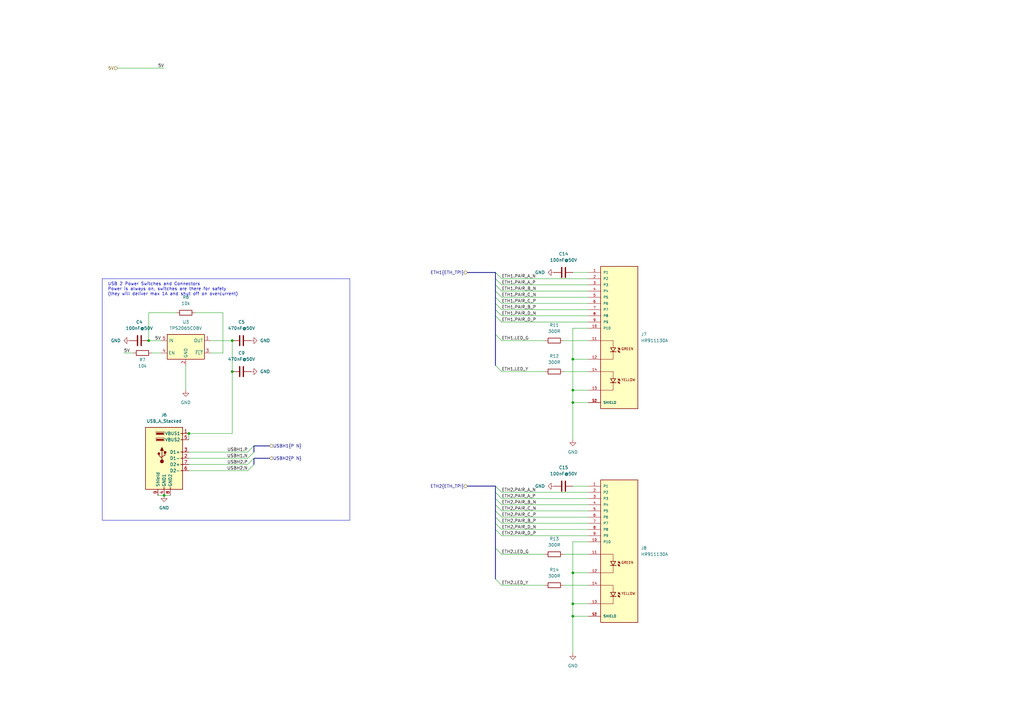
<source format=kicad_sch>
(kicad_sch (version 20231120) (generator "eeschema") (generator_version "8.0")
  (paper "A3")
  (lib_symbols
    (symbol "Connector:USB_A_Stacked" (pin_names (offset 1.016))
      (property "Reference" "J" (at 0 15.875 0))
      (property "Value" "USB_A_Stacked" (at 0 13.97 0))
      (symbol "USB_A_Stacked_0_1"
        (rectangle (start -7.62 12.7) (end 7.62 -12.7) (stroke (width 0.254)) (fill (type background)))
        (circle (center -2.159 1.905) (radius 0.381) (stroke (width 0.254)) (fill (type outline)))
        (circle (center -0.889 -1.27) (radius 0.635) (stroke (width 0.254)) (fill (type outline)))
        (rectangle (start -0.254 7.366) (end -3.048 7.874) (fill (type outline)))
        (rectangle (start -0.254 9.906) (end -3.048 10.414) (fill (type outline)))
        (rectangle (start -0.127 -12.7) (end 0.127 -11.938))
        (polyline (pts (xy -1.524 3.175) (xy -0.254 3.175) (xy -0.889 4.445) (xy -1.524 3.175)) (stroke (width 0.254)) (fill (type outline)))
        (polyline (pts (xy -0.889 -0.635) (xy -0.889 0) (xy -2.159 1.27) (xy -2.159 1.905)) (stroke (width 0.254)))
        (polyline (pts (xy -0.889 0) (xy -0.889 0.635) (xy 0.381 1.27) (xy 0.381 2.54)) (stroke (width 0.254)))
        (rectangle (start 0 2.794) (end 0.762 2.032) (stroke (width 0.254)) (fill (type outline)))
        (rectangle (start 0 7.112) (end -3.302 8.382))
        (rectangle (start 0 9.652) (end -3.302 10.922))
        (rectangle (start 2.413 -12.7) (end 2.667 -11.938))
        (rectangle (start 7.62 -5.207) (end 6.858 -4.953))
        (rectangle (start 7.62 -2.667) (end 6.858 -2.413))
        (rectangle (start 7.62 -0.127) (end 6.858 0.127))
        (rectangle (start 7.62 2.413) (end 6.858 2.667))
        (rectangle (start 7.62 7.493) (end 6.858 7.747))
        (rectangle (start 7.62 10.033) (end 6.858 10.287))
      )
      (symbol "USB_A_Stacked_1_1"
        (polyline (pts (xy -0.889 0.635) (xy -0.889 3.175)) (stroke (width 0.254)))
        (pin power_in line (at 10.16 10.16 180) (length 2.54) (name "VBUS1") (number "1"))
        (pin bidirectional line (at 10.16 0 180) (length 2.54) (name "D1-") (number "2"))
        (pin bidirectional line (at 10.16 2.54 180) (length 2.54) (name "D1+") (number "3"))
        (pin power_in line (at 0 -15.24 90) (length 2.54) (name "GND1") (number "4"))
        (pin power_in line (at 10.16 7.62 180) (length 2.54) (name "VBUS2") (number "5"))
        (pin bidirectional line (at 10.16 -5.08 180) (length 2.54) (name "D2-") (number "6"))
        (pin bidirectional line (at 10.16 -2.54 180) (length 2.54) (name "D2+") (number "7"))
        (pin power_in line (at 2.54 -15.24 90) (length 2.54) (name "GND2") (number "8"))
        (pin passive line (at -2.54 -15.24 90) (length 2.54) (name "Shield") (number "9"))
      )
    )
    (symbol "Device:C" (pin_numbers hide) (pin_names (offset 0.254))
      (property "Reference" "C" (at 0.635 2.54 0))
      (property "Value" "C" (at 0.635 -2.54 0))
      (symbol "C_0_1"
        (polyline (pts (xy -2.032 -0.762) (xy 2.032 -0.762)) (stroke (width 0.508)))
        (polyline (pts (xy -2.032 0.762) (xy 2.032 0.762)) (stroke (width 0.508)))
      )
      (symbol "C_1_1"
        (pin passive line (at 0 3.81 270) (length 2.794) (name "~") (number "1"))
        (pin passive line (at 0 -3.81 90) (length 2.794) (name "~") (number "2"))
      )
    )
    (symbol "Device:R" (pin_numbers hide) (pin_names (offset 0))
      (property "Reference" "R" (at 2.032 0 90))
      (property "Value" "R" (at 0 0 90))
      (symbol "R_0_1"
        (rectangle (start -1.016 -2.54) (end 1.016 2.54) (stroke (width 0.254)))
      )
      (symbol "R_1_1"
        (pin passive line (at 0 3.81 270) (length 1.27) (name "~") (number "1"))
        (pin passive line (at 0 -3.81 90) (length 1.27) (name "~") (number "2"))
      )
    )
    (symbol "Power_Management:TPS2065CDBV"
      (property "Reference" "U" (at -7.62 -6.35 0))
      (property "Value" "TPS2065CDBV" (at -7.62 6.35 0))
      (symbol "TPS2065CDBV_0_1"
        (rectangle (start -7.62 5.08) (end 7.62 -5.08) (stroke (width 0.254)) (fill (type background)))
      )
      (symbol "TPS2065CDBV_1_1"
        (pin power_out line (at 10.16 2.54 180) (length 2.54) (name "OUT") (number "1"))
        (pin power_in line (at 0 -7.62 90) (length 2.54) (name "GND") (number "2"))
        (pin open_collector line (at 10.16 -2.54 180) (length 2.54) (name "~{FLT}") (number "3"))
        (pin input line (at -10.16 -2.54 0) (length 2.54) (name "EN") (number "4"))
        (pin power_in line (at -10.16 2.54 0) (length 2.54) (name "IN") (number "5"))
      )
    )
    (symbol "local_Connectors:HR911130A" (pin_names (offset 1.016))
      (property "Reference" "J" (at -7.62 29.21 0))
      (property "Value" "HR911130A" (at -7.62 -31.75 0))
      (symbol "HR911130A_0_0"
        (rectangle (start -7.62 -30.48) (end 7.62 27.94) (stroke (width 0.254)) (fill (type background)))
        (polyline (pts (xy -7.62 -15.24) (xy -2.54 -15.24)) (stroke (width 0.1524)))
        (polyline (pts (xy -7.62 -2.54) (xy -2.54 -2.54)) (stroke (width 0.1524)))
        (polyline (pts (xy -3.683 -19.812) (xy -2.54 -19.812)) (stroke (width 0.254)))
        (polyline (pts (xy -3.683 -7.112) (xy -2.54 -7.112)) (stroke (width 0.254)))
        (polyline (pts (xy -3.556 -18.161) (xy -2.54 -19.812)) (stroke (width 0.254)))
        (polyline (pts (xy -3.556 -18.161) (xy -1.524 -18.161)) (stroke (width 0.254)))
        (polyline (pts (xy -3.556 -5.461) (xy -2.54 -7.112)) (stroke (width 0.254)))
        (polyline (pts (xy -3.556 -5.461) (xy -1.524 -5.461)) (stroke (width 0.254)))
        (polyline (pts (xy -2.54 -22.86) (xy -7.62 -22.86)) (stroke (width 0.1524)))
        (polyline (pts (xy -2.54 -19.939) (xy -2.54 -22.86)) (stroke (width 0.1524)))
        (polyline (pts (xy -2.54 -19.812) (xy -1.524 -18.161)) (stroke (width 0.254)))
        (polyline (pts (xy -2.54 -19.812) (xy -1.27 -19.812)) (stroke (width 0.254)))
        (polyline (pts (xy -2.54 -15.24) (xy -2.54 -18.034)) (stroke (width 0.1524)))
        (polyline (pts (xy -2.54 -10.16) (xy -7.62 -10.16)) (stroke (width 0.1524)))
        (polyline (pts (xy -2.54 -7.239) (xy -2.54 -10.16)) (stroke (width 0.1524)))
        (polyline (pts (xy -2.54 -7.112) (xy -1.524 -5.461)) (stroke (width 0.254)))
        (polyline (pts (xy -2.54 -7.112) (xy -1.27 -7.112)) (stroke (width 0.254)))
        (polyline (pts (xy -2.54 -2.54) (xy -2.54 -5.334)) (stroke (width 0.1524)))
        (polyline (pts (xy -0.762 -19.177) (xy 0.254 -20.193)) (stroke (width 0.1524)))
        (polyline (pts (xy -0.762 -6.477) (xy 0.254 -7.493)) (stroke (width 0.1524)))
        (polyline (pts (xy -0.635 -18.034) (xy 0.381 -19.05)) (stroke (width 0.1524)))
        (polyline (pts (xy -0.635 -5.334) (xy 0.381 -6.35)) (stroke (width 0.1524)))
        (polyline (pts (xy 0.254 -20.193) (xy -0.127 -19.304) (xy -0.635 -19.812) (xy 0.254 -20.193)) (stroke (width 0.1524)) (fill (type outline)))
        (polyline (pts (xy 0.254 -7.493) (xy -0.127 -6.604) (xy -0.635 -7.112) (xy 0.254 -7.493)) (stroke (width 0.1524)) (fill (type outline)))
        (polyline (pts (xy 0.381 -19.05) (xy 0 -18.161) (xy -0.508 -18.669) (xy 0.381 -19.05)) (stroke (width 0.1524)) (fill (type outline)))
        (polyline (pts (xy 0.381 -6.35) (xy 0 -5.461) (xy -0.508 -5.969) (xy 0.381 -6.35)) (stroke (width 0.1524)) (fill (type outline)))
        (text "GREEN" (at 0.762 -5.334 0) (effects (font (size 1.016 1.016)) (justify left top)))
        (text "YELLOW" (at 0.762 -18.034 0) (effects (font (size 1.016 1.016)) (justify left top)))
        (pin passive line (at -12.7 25.4 0) (length 5.08) (name "P1") (number "1"))
        (pin passive line (at -12.7 2.54 0) (length 5.08) (name "P10") (number "10"))
        (pin passive line (at -12.7 -2.54 0) (length 5.08) (name "~") (number "11"))
        (pin passive line (at -12.7 -10.16 0) (length 5.08) (name "~") (number "12"))
        (pin passive line (at -12.7 -22.86 0) (length 5.08) (name "~") (number "13"))
        (pin passive line (at -12.7 -15.24 0) (length 5.08) (name "~") (number "14"))
        (pin passive line (at -12.7 22.86 0) (length 5.08) (name "P2") (number "2"))
        (pin passive line (at -12.7 20.32 0) (length 5.08) (name "P3") (number "3"))
        (pin passive line (at -12.7 17.78 0) (length 5.08) (name "P4") (number "4"))
        (pin passive line (at -12.7 15.24 0) (length 5.08) (name "P5") (number "5"))
        (pin passive line (at -12.7 12.7 0) (length 5.08) (name "P6") (number "6"))
        (pin passive line (at -12.7 10.16 0) (length 5.08) (name "P7") (number "7"))
        (pin passive line (at -12.7 7.62 0) (length 5.08) (name "P8") (number "8"))
        (pin passive line (at -12.7 5.08 0) (length 5.08) (name "P9") (number "9"))
        (pin passive line (at -12.7 -27.94 0) (length 5.08) (name "SHIELD") (number "S1"))
        (pin passive line (at -12.7 -27.94 0) (length 5.08) (name "SHIELD") (number "S2"))
      )
    )
    (symbol "power:GND" (power) (pin_numbers hide) (pin_names (offset 0) hide)
      (property "Value" "GND" (at 0 -3.81 0))
      (symbol "GND_0_1"
        (polyline (pts (xy 0 0) (xy 0 -1.27) (xy 1.27 -1.27) (xy 0 -2.54) (xy -1.27 -1.27) (xy 0 -1.27)))
      )
      (symbol "GND_1_1"
        (pin power_in line (at 0 0 270) (length 0) (name "~") (number "1"))
      )
    )
  )
  (bus_alias "ETH_TPI" (members "PAIR_A_N" "PAIR_A_P" "PAIR_B_N" "PAIR_B_P" "PAIR_C_N" "PAIR_C_P" "PAIR_D_N" "PAIR_D_P" "LED_Y" "LED_G"))
  (junction (at 234.95 147.32))
  (junction (at 234.95 247.65))
  (junction (at 95.25 139.7))
  (junction (at 67.31 203.2))
  (junction (at 234.95 165.1))
  (junction (at 60.96 139.7))
  (junction (at 234.95 234.95))
  (junction (at 77.47 177.8))
  (junction (at 95.25 152.4))
  (junction (at 234.95 160.02))
  (junction (at 234.95 252.73))
  (bus_entry (at 203.2 201.93) (size 2.54 2.54))
  (bus_entry (at 203.2 199.39) (size 2.54 2.54))
  (bus_entry (at 101.6 185.42) (size 2.54 -2.54))
  (bus_entry (at 203.2 209.55) (size 2.54 2.54))
  (bus_entry (at 203.2 119.38) (size 2.54 2.54))
  (bus_entry (at 203.2 129.54) (size 2.54 2.54))
  (bus_entry (at 203.2 127) (size 2.54 2.54))
  (bus_entry (at 203.2 214.63) (size 2.54 2.54))
  (bus_entry (at 203.2 114.3) (size 2.54 2.54))
  (bus_entry (at 101.6 193.04) (size 2.54 -2.54))
  (bus_entry (at 203.2 116.84) (size 2.54 2.54))
  (bus_entry (at 101.6 190.5) (size 2.54 -2.54))
  (bus_entry (at 203.2 149.86) (size 2.54 2.54))
  (bus_entry (at 203.2 121.92) (size 2.54 2.54))
  (bus_entry (at 203.2 237.49) (size 2.54 2.54))
  (bus_entry (at 203.2 124.46) (size 2.54 2.54))
  (bus_entry (at 203.2 207.01) (size 2.54 2.54))
  (bus_entry (at 203.2 137.16) (size 2.54 2.54))
  (bus_entry (at 203.2 212.09) (size 2.54 2.54))
  (bus_entry (at 203.2 204.47) (size 2.54 2.54))
  (bus_entry (at 203.2 111.76) (size 2.54 2.54))
  (bus_entry (at 203.2 224.79) (size 2.54 2.54))
  (bus_entry (at 101.6 187.96) (size 2.54 -2.54))
  (bus_entry (at 203.2 217.17) (size 2.54 2.54))
  (wire (pts (xy 64.77 203.2) (xy 67.31 203.2)))
  (bus (pts (xy 203.2 121.92) (xy 203.2 124.46)))
  (wire (pts (xy 234.95 252.73) (xy 241.3 252.73)))
  (wire (pts (xy 231.14 240.03) (xy 241.3 240.03)))
  (wire (pts (xy 205.74 132.08) (xy 241.3 132.08)))
  (wire (pts (xy 95.25 152.4) (xy 95.25 177.8)))
  (bus (pts (xy 203.2 201.93) (xy 203.2 199.39)))
  (wire (pts (xy 234.95 247.65) (xy 234.95 252.73)))
  (wire (pts (xy 234.95 147.32) (xy 241.3 147.32)))
  (bus (pts (xy 203.2 114.3) (xy 203.2 116.84)))
  (wire (pts (xy 205.74 121.92) (xy 241.3 121.92)))
  (bus (pts (xy 203.2 217.17) (xy 203.2 224.79)))
  (wire (pts (xy 234.95 247.65) (xy 241.3 247.65)))
  (wire (pts (xy 205.74 217.17) (xy 241.3 217.17)))
  (wire (pts (xy 231.14 152.4) (xy 241.3 152.4)))
  (wire (pts (xy 234.95 147.32) (xy 234.95 160.02)))
  (bus (pts (xy 203.2 212.09) (xy 203.2 214.63)))
  (wire (pts (xy 205.74 139.7) (xy 223.52 139.7)))
  (wire (pts (xy 234.95 234.95) (xy 241.3 234.95)))
  (wire (pts (xy 77.47 193.04) (xy 101.6 193.04)))
  (wire (pts (xy 205.74 227.33) (xy 223.52 227.33)))
  (bus (pts (xy 191.77 199.39) (xy 203.2 199.39)))
  (bus (pts (xy 203.2 214.63) (xy 203.2 217.17)))
  (wire (pts (xy 234.95 160.02) (xy 241.3 160.02)))
  (bus (pts (xy 203.2 137.16) (xy 203.2 149.86)))
  (wire (pts (xy 205.74 219.71) (xy 241.3 219.71)))
  (wire (pts (xy 234.95 165.1) (xy 234.95 180.34)))
  (wire (pts (xy 48.26 27.94) (xy 67.31 27.94)))
  (bus (pts (xy 203.2 129.54) (xy 203.2 137.16)))
  (wire (pts (xy 77.47 187.96) (xy 101.6 187.96)))
  (wire (pts (xy 86.36 139.7) (xy 95.25 139.7)))
  (bus (pts (xy 203.2 114.3) (xy 203.2 111.76)))
  (wire (pts (xy 234.95 134.62) (xy 234.95 147.32)))
  (wire (pts (xy 234.95 134.62) (xy 241.3 134.62)))
  (wire (pts (xy 86.36 144.78) (xy 91.44 144.78)))
  (bus (pts (xy 203.2 116.84) (xy 203.2 119.38)))
  (wire (pts (xy 205.74 124.46) (xy 241.3 124.46)))
  (wire (pts (xy 205.74 204.47) (xy 241.3 204.47)))
  (wire (pts (xy 205.74 152.4) (xy 223.52 152.4)))
  (wire (pts (xy 205.74 127) (xy 241.3 127)))
  (wire (pts (xy 60.96 139.7) (xy 66.04 139.7)))
  (wire (pts (xy 76.2 149.86) (xy 76.2 160.02)))
  (bus (pts (xy 203.2 209.55) (xy 203.2 212.09)))
  (wire (pts (xy 205.74 116.84) (xy 241.3 116.84)))
  (bus (pts (xy 104.14 182.88) (xy 104.14 185.42)))
  (bus (pts (xy 104.14 187.96) (xy 104.14 190.5)))
  (wire (pts (xy 234.95 234.95) (xy 234.95 247.65)))
  (wire (pts (xy 234.95 222.25) (xy 234.95 234.95)))
  (wire (pts (xy 234.95 160.02) (xy 234.95 165.1)))
  (wire (pts (xy 234.95 252.73) (xy 234.95 267.97)))
  (wire (pts (xy 67.31 203.2) (xy 69.85 203.2)))
  (wire (pts (xy 205.74 209.55) (xy 241.3 209.55)))
  (bus (pts (xy 203.2 127) (xy 203.2 129.54)))
  (wire (pts (xy 241.3 111.76) (xy 234.95 111.76)))
  (bus (pts (xy 110.49 182.88) (xy 104.14 182.88)))
  (wire (pts (xy 234.95 222.25) (xy 241.3 222.25)))
  (wire (pts (xy 72.39 128.27) (xy 60.96 128.27)))
  (wire (pts (xy 241.3 199.39) (xy 234.95 199.39)))
  (wire (pts (xy 205.74 214.63) (xy 241.3 214.63)))
  (bus (pts (xy 110.49 187.96) (xy 104.14 187.96)))
  (bus (pts (xy 203.2 121.92) (xy 203.2 119.38)))
  (wire (pts (xy 50.8 144.78) (xy 54.61 144.78)))
  (wire (pts (xy 77.47 190.5) (xy 101.6 190.5)))
  (wire (pts (xy 77.47 177.8) (xy 95.25 177.8)))
  (bus (pts (xy 203.2 124.46) (xy 203.2 127)))
  (wire (pts (xy 60.96 128.27) (xy 60.96 139.7)))
  (bus (pts (xy 191.77 111.76) (xy 203.2 111.76)))
  (wire (pts (xy 205.74 240.03) (xy 223.52 240.03)))
  (wire (pts (xy 234.95 165.1) (xy 241.3 165.1)))
  (bus (pts (xy 203.2 204.47) (xy 203.2 207.01)))
  (wire (pts (xy 231.14 139.7) (xy 241.3 139.7)))
  (wire (pts (xy 66.04 144.78) (xy 62.23 144.78)))
  (wire (pts (xy 91.44 144.78) (xy 91.44 128.27)))
  (bus (pts (xy 203.2 209.55) (xy 203.2 207.01)))
  (wire (pts (xy 231.14 227.33) (xy 241.3 227.33)))
  (bus (pts (xy 203.2 224.79) (xy 203.2 237.49)))
  (wire (pts (xy 77.47 180.34) (xy 77.47 177.8)))
  (wire (pts (xy 205.74 129.54) (xy 241.3 129.54)))
  (wire (pts (xy 205.74 212.09) (xy 241.3 212.09)))
  (wire (pts (xy 205.74 114.3) (xy 241.3 114.3)))
  (wire (pts (xy 77.47 185.42) (xy 101.6 185.42)))
  (wire (pts (xy 205.74 207.01) (xy 241.3 207.01)))
  (wire (pts (xy 205.74 119.38) (xy 241.3 119.38)))
  (wire (pts (xy 95.25 139.7) (xy 95.25 152.4)))
  (wire (pts (xy 205.74 201.93) (xy 241.3 201.93)))
  (bus (pts (xy 203.2 201.93) (xy 203.2 204.47)))
  (wire (pts (xy 91.44 128.27) (xy 80.01 128.27)))
  (rectangle (start 41.91 114.3) (end 143.51 213.36))
  (text "USB 2 Power Switches and Connectors\nPower is always on, switches are there for safety\n(they will deliver max 1A and shut off on overcurrent)" (at 44.196 118.618 0) (effects (font (size 1.27 1.27)) (justify left)))
  (label "ETH1.PAIR_D_P" (at 205.74 132.08 0))
  (label "ETH2.PAIR_C_P" (at 205.74 212.09 0))
  (label "ETH2.PAIR_B_P" (at 205.74 214.63 0))
  (label "ETH2.PAIR_D_N" (at 205.74 217.17 0))
  (label "USBH2.P" (at 101.6 190.5 180))
  (label "ETH1.PAIR_A_N" (at 205.74 114.3 0))
  (label "ETH2.LED_Y" (at 205.74 240.03 0))
  (label "ETH1.PAIR_D_N" (at 205.74 129.54 0))
  (label "ETH1.PAIR_A_P" (at 205.74 116.84 0))
  (label "ETH1.PAIR_B_N" (at 205.74 119.38 0))
  (label "ETH2.PAIR_D_P" (at 205.74 219.71 0))
  (label "ETH1.PAIR_C_N" (at 205.74 121.92 0))
  (label "USBH2.N" (at 101.6 193.04 180))
  (label "ETH1.LED_Y" (at 205.74 152.4 0))
  (label "ETH1.LED_G" (at 205.74 139.7 0))
  (label "ETH2.LED_G" (at 205.74 227.33 0))
  (label "5V" (at 50.8 144.78 0))
  (label "ETH2.PAIR_C_N" (at 205.74 209.55 0))
  (label "ETH1.PAIR_C_P" (at 205.74 124.46 0))
  (label "ETH2.PAIR_B_N" (at 205.74 207.01 0))
  (label "USBH1.N" (at 101.6 187.96 180))
  (label "5V" (at 66.04 139.7 180))
  (label "5V" (at 67.31 27.94 180))
  (label "ETH1.PAIR_B_P" (at 205.74 127 0))
  (label "ETH2.PAIR_A_N" (at 205.74 201.93 0))
  (label "USBH1.P" (at 101.6 185.42 180))
  (label "ETH2.PAIR_A_P" (at 205.74 204.47 0))
  (hierarchical_label "5V" (shape input) (at 48.26 27.94 180))
  (hierarchical_label "USBH1{P N}" (shape input) (at 110.49 182.88 0))
  (hierarchical_label "USBH2{P N}" (shape input) (at 110.49 187.96 0))
  (hierarchical_label "ETH1{ETH_TPI}" (shape input) (at 191.77 111.76 180))
  (hierarchical_label "ETH2{ETH_TPI}" (shape input) (at 191.77 199.39 180))
  (symbol (lib_id "local_Connectors:HR911130A") (at 254 137.16 0) (unit 1)
    (property "Reference" "J7" (at 262.89 137.1599 0) (effects (justify left)))
    (property "Value" "HR911130A" (at 262.89 139.6999 0) (effects (justify left)))
    (property "Footprint" "local_Connectors:HR911130A" (effects (hide yes)))
    (property "MF" "hanrun" (effects (hide yes)))
    (property "MAXIMUM_PACKAGE_HEIGHT" "13.75 mm" (effects (hide yes)))
    (property "Package" "None" (effects (hide yes)))
    (property "Price" "None" (effects (hide yes)))
    (property "Check_prices" "https://www.snapeda.com/parts/HR911130A/HanRun/view-part/?ref=eda" (effects (hide yes)))
    (property "STANDARD" "Manufacturer Recommendations" (effects (hide yes)))
    (property "PARTREV" "A" (effects (hide yes)))
    (property "SnapEDA_Link" "https://www.snapeda.com/parts/HR911130A/HanRun/view-part/?ref=snap" (effects (hide yes)))
    (property "MP" "HR911130A" (effects (hide yes)))
    (property "Description_1" "\n" (effects (hide yes)))
    (property "Availability" "In Stock" (effects (hide yes)))
    (property "MANUFACTURER" "HanRun" (effects (hide yes)))
    (property "JLC" "C54408" (effects (hide yes)))
  )
  (symbol (lib_id "Device:R") (at 58.42 144.78 270) (mirror x) (unit 1)
    (property "Reference" "R7" (at 58.42 147.574 90))
    (property "Value" "10k" (at 58.42 150.114 90))
    (property "Footprint" "Resistor_SMD:R_0402_1005Metric" (effects (hide yes)))
    (property "Description" "Resistor" (effects (hide yes)))
    (property "JLC" "C25744" (effects (hide yes)))
  )
  (symbol (lib_id "Device:C") (at 99.06 152.4 90) (unit 1)
    (property "Reference" "C9" (at 99.06 144.78 90))
    (property "Value" "470nF@50V" (at 99.06 147.32 90))
    (property "Footprint" "Capacitor_SMD:C_0805_2012Metric" (effects (hide yes)))
    (property "Description" "Unpolarized capacitor" (effects (hide yes)))
    (property "JLC" "C13967" (effects (hide yes)))
  )
  (symbol (lib_id "Device:C") (at 99.06 139.7 90) (unit 1)
    (property "Reference" "C5" (at 99.06 132.08 90))
    (property "Value" "470nF@50V" (at 99.06 134.62 90))
    (property "Footprint" "Capacitor_SMD:C_0805_2012Metric" (effects (hide yes)))
    (property "Description" "Unpolarized capacitor" (effects (hide yes)))
    (property "JLC" "C13967" (effects (hide yes)))
  )
  (symbol (lib_id "Power_Management:TPS2065CDBV") (at 76.2 142.24 0) (unit 1)
    (property "Reference" "U3" (at 76.2 132.08 0))
    (property "Value" "TPS2065CDBV" (at 76.2 134.62 0))
    (property "Footprint" "Package_TO_SOT_SMD:SOT-23-5" (effects (hide yes)))
    (property "Datasheet" "https://www.ti.com/lit/ds/symlink/tps2051c.pdf" (effects (hide yes)))
    (property "Description" "1A Current limited power switch, single channel, output discharge, reverse blocking, SOT-23-5" (effects (hide yes)))
    (property "JLC" "C353882" (effects (hide yes)))
  )
  (symbol (lib_id "power:GND") (at 102.87 139.7 90) (mirror x) (unit 1)
    (property "Reference" "#PWR016" (effects (hide yes)))
    (property "Value" "GND" (at 106.68 139.6999 90) (effects (justify right)))
    (property "Description" "Power symbol creates a global label with name \"GND\" , ground" (effects (hide yes)))
  )
  (symbol (lib_id "power:GND") (at 234.95 267.97 0) (unit 1)
    (property "Reference" "#PWR033" (effects (hide yes)))
    (property "Value" "GND" (at 234.95 273.05 0))
    (property "Description" "Power symbol creates a global label with name \"GND\" , ground" (effects (hide yes)))
  )
  (symbol (lib_id "Device:C") (at 57.15 139.7 270) (unit 1)
    (property "Reference" "C4" (at 57.15 132.08 90))
    (property "Value" "100nF@50V" (at 57.15 134.62 90))
    (property "Footprint" "Capacitor_SMD:C_0402_1005Metric" (effects (hide yes)))
    (property "Description" "Unpolarized capacitor" (effects (hide yes)))
    (property "JLC" "C307331" (effects (hide yes)))
  )
  (symbol (lib_id "Device:R") (at 227.33 240.03 90) (unit 1)
    (property "Reference" "R14" (at 227.33 233.68 90))
    (property "Value" "300R" (at 227.33 236.22 90))
    (property "Footprint" "Resistor_SMD:R_0603_1608Metric" (effects (hide yes)))
    (property "Description" "Resistor" (effects (hide yes)))
    (property "JLC" "C23025" (effects (hide yes)))
  )
  (symbol (lib_id "power:GND") (at 102.87 152.4 90) (mirror x) (unit 1)
    (property "Reference" "#PWR020" (effects (hide yes)))
    (property "Value" "GND" (at 106.68 152.3999 90) (effects (justify right)))
    (property "Description" "Power symbol creates a global label with name \"GND\" , ground" (effects (hide yes)))
  )
  (symbol (lib_id "power:GND") (at 227.33 111.76 270) (unit 1)
    (property "Reference" "#PWR022" (effects (hide yes)))
    (property "Value" "GND" (at 223.52 111.7599 90) (effects (justify right)))
    (property "Description" "Power symbol creates a global label with name \"GND\" , ground" (effects (hide yes)))
  )
  (symbol (lib_id "Device:R") (at 227.33 139.7 90) (unit 1)
    (property "Reference" "R11" (at 227.33 133.35 90))
    (property "Value" "300R" (at 227.33 135.89 90))
    (property "Footprint" "Resistor_SMD:R_0603_1608Metric" (effects (hide yes)))
    (property "Description" "Resistor" (effects (hide yes)))
    (property "JLC" "C23025" (effects (hide yes)))
  )
  (symbol (lib_id "Connector:USB_A_Stacked") (at 67.31 187.96 0) (unit 1)
    (property "Reference" "J6" (at 67.31 170.18 0))
    (property "Value" "USB_A_Stacked" (at 67.31 172.72 0))
    (property "Footprint" "Connector_USB:USB_A_Wuerth_61400826021_Horizontal_Stacked" (effects (hide yes)))
    (property "Description" "USB Type A connector, stacked" (effects (hide yes)))
    (property "JLC" "C720548" (effects (hide yes)))
  )
  (symbol (lib_id "Device:C") (at 231.14 199.39 90) (unit 1)
    (property "Reference" "C15" (at 231.14 191.77 90))
    (property "Value" "100nF@50V" (at 231.14 194.31 90))
    (property "Footprint" "Capacitor_SMD:C_0402_1005Metric" (effects (hide yes)))
    (property "Description" "Unpolarized capacitor" (effects (hide yes)))
    (property "JLC" "C307331" (effects (hide yes)))
  )
  (symbol (lib_id "Device:R") (at 76.2 128.27 90) (mirror x) (unit 1)
    (property "Reference" "R8" (at 76.2 121.92 90))
    (property "Value" "10k" (at 76.2 124.46 90))
    (property "Footprint" "Resistor_SMD:R_0402_1005Metric" (effects (hide yes)))
    (property "Description" "Resistor" (effects (hide yes)))
    (property "JLC" "C25744" (effects (hide yes)))
  )
  (symbol (lib_id "Device:C") (at 231.14 111.76 90) (unit 1)
    (property "Reference" "C14" (at 231.14 104.14 90))
    (property "Value" "100nF@50V" (at 231.14 106.68 90))
    (property "Footprint" "Capacitor_SMD:C_0402_1005Metric" (effects (hide yes)))
    (property "Description" "Unpolarized capacitor" (effects (hide yes)))
    (property "JLC" "C307331" (effects (hide yes)))
  )
  (symbol (lib_id "Device:R") (at 227.33 152.4 90) (unit 1)
    (property "Reference" "R12" (at 227.33 146.05 90))
    (property "Value" "300R" (at 227.33 148.59 90))
    (property "Footprint" "Resistor_SMD:R_0603_1608Metric" (effects (hide yes)))
    (property "Description" "Resistor" (effects (hide yes)))
    (property "JLC" "C23025" (effects (hide yes)))
  )
  (symbol (lib_id "power:GND") (at 227.33 199.39 270) (unit 1)
    (property "Reference" "#PWR023" (effects (hide yes)))
    (property "Value" "GND" (at 223.52 199.3899 90) (effects (justify right)))
    (property "Description" "Power symbol creates a global label with name \"GND\" , ground" (effects (hide yes)))
  )
  (symbol (lib_id "power:GND") (at 53.34 139.7 270) (mirror x) (unit 1)
    (property "Reference" "#PWR012" (effects (hide yes)))
    (property "Value" "GND" (at 49.53 139.6999 90) (effects (justify right)))
    (property "Description" "Power symbol creates a global label with name \"GND\" , ground" (effects (hide yes)))
  )
  (symbol (lib_id "power:GND") (at 67.31 203.2 0) (mirror y) (unit 1)
    (property "Reference" "#PWR014" (effects (hide yes)))
    (property "Value" "GND" (at 67.31 208.28 0))
    (property "Description" "Power symbol creates a global label with name \"GND\" , ground" (effects (hide yes)))
  )
  (symbol (lib_id "power:GND") (at 76.2 160.02 0) (mirror y) (unit 1)
    (property "Reference" "#PWR015" (effects (hide yes)))
    (property "Value" "GND" (at 76.2 165.1 0))
    (property "Description" "Power symbol creates a global label with name \"GND\" , ground" (effects (hide yes)))
  )
  (symbol (lib_id "power:GND") (at 234.95 180.34 0) (unit 1)
    (property "Reference" "#PWR031" (effects (hide yes)))
    (property "Value" "GND" (at 234.95 185.42 0))
    (property "Description" "Power symbol creates a global label with name \"GND\" , ground" (effects (hide yes)))
  )
  (symbol (lib_id "Device:R") (at 227.33 227.33 90) (unit 1)
    (property "Reference" "R13" (at 227.33 220.98 90))
    (property "Value" "300R" (at 227.33 223.52 90))
    (property "Footprint" "Resistor_SMD:R_0603_1608Metric" (effects (hide yes)))
    (property "Description" "Resistor" (effects (hide yes)))
    (property "JLC" "C23025" (effects (hide yes)))
  )
  (symbol (lib_id "local_Connectors:HR911130A") (at 254 224.79 0) (unit 1)
    (property "Reference" "J8" (at 262.89 224.7899 0) (effects (justify left)))
    (property "Value" "HR911130A" (at 262.89 227.3299 0) (effects (justify left)))
    (property "Footprint" "local_Connectors:HR911130A" (effects (hide yes)))
    (property "MF" "hanrun" (effects (hide yes)))
    (property "MAXIMUM_PACKAGE_HEIGHT" "13.75 mm" (effects (hide yes)))
    (property "Package" "None" (effects (hide yes)))
    (property "Price" "None" (effects (hide yes)))
    (property "Check_prices" "https://www.snapeda.com/parts/HR911130A/HanRun/view-part/?ref=eda" (effects (hide yes)))
    (property "STANDARD" "Manufacturer Recommendations" (effects (hide yes)))
    (property "PARTREV" "A" (effects (hide yes)))
    (property "SnapEDA_Link" "https://www.snapeda.com/parts/HR911130A/HanRun/view-part/?ref=snap" (effects (hide yes)))
    (property "MP" "HR911130A" (effects (hide yes)))
    (property "Description_1" "\n" (effects (hide yes)))
    (property "Availability" "In Stock" (effects (hide yes)))
    (property "MANUFACTURER" "HanRun" (effects (hide yes)))
    (property "JLC" "C54408" (effects (hide yes)))
  )
)
</source>
